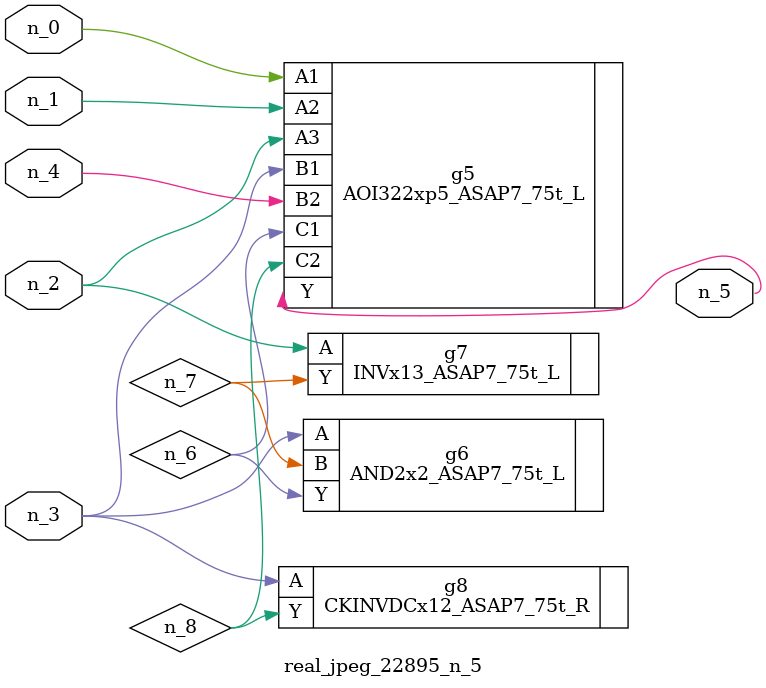
<source format=v>
module real_jpeg_22895_n_5 (n_4, n_0, n_1, n_2, n_3, n_5);

input n_4;
input n_0;
input n_1;
input n_2;
input n_3;

output n_5;

wire n_8;
wire n_6;
wire n_7;

AOI322xp5_ASAP7_75t_L g5 ( 
.A1(n_0),
.A2(n_1),
.A3(n_2),
.B1(n_3),
.B2(n_4),
.C1(n_6),
.C2(n_8),
.Y(n_5)
);

INVx13_ASAP7_75t_L g7 ( 
.A(n_2),
.Y(n_7)
);

AND2x2_ASAP7_75t_L g6 ( 
.A(n_3),
.B(n_7),
.Y(n_6)
);

CKINVDCx12_ASAP7_75t_R g8 ( 
.A(n_3),
.Y(n_8)
);


endmodule
</source>
